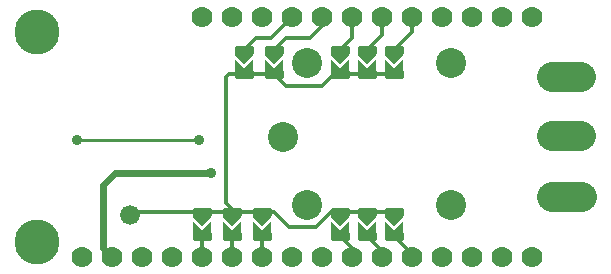
<source format=gbr>
G04 EAGLE Gerber RS-274X export*
G75*
%MOMM*%
%FSLAX34Y34*%
%LPD*%
%INBottom Copper*%
%IPPOS*%
%AMOC8*
5,1,8,0,0,1.08239X$1,22.5*%
G01*
%ADD10C,2.540000*%
%ADD11C,1.676400*%
%ADD12C,3.810000*%
%ADD13C,1.778000*%
%ADD14C,0.381000*%
%ADD15C,2.500000*%
%ADD16C,2.540000*%
%ADD17C,0.906400*%
%ADD18C,0.254000*%
%ADD19C,0.609600*%
%ADD20C,0.304800*%

G36*
X200689Y175907D02*
X200689Y175907D01*
X200745Y175910D01*
X200758Y175920D01*
X200773Y175922D01*
X200839Y175970D01*
X208205Y183336D01*
X208230Y183381D01*
X208233Y183385D01*
X208234Y183387D01*
X208266Y183435D01*
X208269Y183452D01*
X208273Y183459D01*
X208272Y183472D01*
X208279Y183515D01*
X208279Y189230D01*
X208275Y189245D01*
X208277Y189261D01*
X208256Y189312D01*
X208240Y189365D01*
X208228Y189376D01*
X208222Y189390D01*
X208176Y189422D01*
X208135Y189459D01*
X208119Y189461D01*
X208106Y189470D01*
X208026Y189483D01*
X193294Y189483D01*
X193279Y189479D01*
X193263Y189481D01*
X193212Y189460D01*
X193159Y189444D01*
X193148Y189432D01*
X193134Y189426D01*
X193102Y189380D01*
X193065Y189339D01*
X193063Y189323D01*
X193054Y189310D01*
X193041Y189230D01*
X193041Y183515D01*
X193057Y183459D01*
X193067Y183402D01*
X193078Y183388D01*
X193080Y183380D01*
X193090Y183371D01*
X193115Y183336D01*
X200481Y175970D01*
X200495Y175962D01*
X200504Y175950D01*
X200556Y175929D01*
X200604Y175902D01*
X200620Y175903D01*
X200635Y175897D01*
X200689Y175907D01*
G37*
G36*
X327689Y175907D02*
X327689Y175907D01*
X327745Y175910D01*
X327758Y175920D01*
X327773Y175922D01*
X327839Y175970D01*
X335205Y183336D01*
X335230Y183381D01*
X335233Y183385D01*
X335234Y183387D01*
X335266Y183435D01*
X335269Y183452D01*
X335273Y183459D01*
X335272Y183472D01*
X335279Y183515D01*
X335279Y189230D01*
X335275Y189245D01*
X335277Y189261D01*
X335256Y189312D01*
X335240Y189365D01*
X335228Y189376D01*
X335222Y189390D01*
X335176Y189422D01*
X335135Y189459D01*
X335119Y189461D01*
X335106Y189470D01*
X335026Y189483D01*
X320294Y189483D01*
X320279Y189479D01*
X320263Y189481D01*
X320212Y189460D01*
X320159Y189444D01*
X320148Y189432D01*
X320134Y189426D01*
X320102Y189380D01*
X320065Y189339D01*
X320063Y189323D01*
X320054Y189310D01*
X320041Y189230D01*
X320041Y183515D01*
X320057Y183459D01*
X320067Y183402D01*
X320078Y183388D01*
X320080Y183380D01*
X320090Y183371D01*
X320115Y183336D01*
X327481Y175970D01*
X327495Y175962D01*
X327504Y175950D01*
X327556Y175929D01*
X327604Y175902D01*
X327620Y175903D01*
X327635Y175897D01*
X327689Y175907D01*
G37*
G36*
X281969Y175907D02*
X281969Y175907D01*
X282025Y175910D01*
X282038Y175920D01*
X282053Y175922D01*
X282119Y175970D01*
X289485Y183336D01*
X289510Y183381D01*
X289513Y183385D01*
X289514Y183387D01*
X289546Y183435D01*
X289549Y183452D01*
X289553Y183459D01*
X289552Y183472D01*
X289559Y183515D01*
X289559Y189230D01*
X289555Y189245D01*
X289557Y189261D01*
X289536Y189312D01*
X289520Y189365D01*
X289508Y189376D01*
X289502Y189390D01*
X289456Y189422D01*
X289415Y189459D01*
X289399Y189461D01*
X289386Y189470D01*
X289306Y189483D01*
X274574Y189483D01*
X274559Y189479D01*
X274543Y189481D01*
X274492Y189460D01*
X274439Y189444D01*
X274428Y189432D01*
X274414Y189426D01*
X274382Y189380D01*
X274345Y189339D01*
X274343Y189323D01*
X274334Y189310D01*
X274321Y189230D01*
X274321Y183515D01*
X274337Y183459D01*
X274347Y183402D01*
X274358Y183388D01*
X274360Y183380D01*
X274370Y183371D01*
X274395Y183336D01*
X281761Y175970D01*
X281775Y175962D01*
X281784Y175950D01*
X281836Y175929D01*
X281884Y175902D01*
X281900Y175903D01*
X281915Y175897D01*
X281969Y175907D01*
G37*
G36*
X304829Y175907D02*
X304829Y175907D01*
X304885Y175910D01*
X304898Y175920D01*
X304913Y175922D01*
X304979Y175970D01*
X312345Y183336D01*
X312370Y183381D01*
X312373Y183385D01*
X312374Y183387D01*
X312406Y183435D01*
X312409Y183452D01*
X312413Y183459D01*
X312412Y183472D01*
X312419Y183515D01*
X312419Y189230D01*
X312415Y189245D01*
X312417Y189261D01*
X312396Y189312D01*
X312380Y189365D01*
X312368Y189376D01*
X312362Y189390D01*
X312316Y189422D01*
X312275Y189459D01*
X312259Y189461D01*
X312246Y189470D01*
X312166Y189483D01*
X297434Y189483D01*
X297419Y189479D01*
X297403Y189481D01*
X297352Y189460D01*
X297299Y189444D01*
X297288Y189432D01*
X297274Y189426D01*
X297242Y189380D01*
X297205Y189339D01*
X297203Y189323D01*
X297194Y189310D01*
X297181Y189230D01*
X297181Y183515D01*
X297197Y183459D01*
X297207Y183402D01*
X297218Y183388D01*
X297220Y183380D01*
X297230Y183371D01*
X297255Y183336D01*
X304621Y175970D01*
X304635Y175962D01*
X304644Y175950D01*
X304696Y175929D01*
X304744Y175902D01*
X304760Y175903D01*
X304775Y175897D01*
X304829Y175907D01*
G37*
G36*
X226089Y175907D02*
X226089Y175907D01*
X226145Y175910D01*
X226158Y175920D01*
X226173Y175922D01*
X226239Y175970D01*
X233605Y183336D01*
X233630Y183381D01*
X233633Y183385D01*
X233634Y183387D01*
X233666Y183435D01*
X233669Y183452D01*
X233673Y183459D01*
X233672Y183472D01*
X233679Y183515D01*
X233679Y189230D01*
X233675Y189245D01*
X233677Y189261D01*
X233656Y189312D01*
X233640Y189365D01*
X233628Y189376D01*
X233622Y189390D01*
X233576Y189422D01*
X233535Y189459D01*
X233519Y189461D01*
X233506Y189470D01*
X233426Y189483D01*
X218694Y189483D01*
X218679Y189479D01*
X218663Y189481D01*
X218612Y189460D01*
X218559Y189444D01*
X218548Y189432D01*
X218534Y189426D01*
X218502Y189380D01*
X218465Y189339D01*
X218463Y189323D01*
X218454Y189310D01*
X218441Y189230D01*
X218441Y183515D01*
X218457Y183459D01*
X218467Y183402D01*
X218478Y183388D01*
X218480Y183380D01*
X218490Y183371D01*
X218515Y183336D01*
X225881Y175970D01*
X225895Y175962D01*
X225904Y175950D01*
X225956Y175929D01*
X226004Y175902D01*
X226020Y175903D01*
X226035Y175897D01*
X226089Y175907D01*
G37*
G36*
X327689Y38747D02*
X327689Y38747D01*
X327745Y38750D01*
X327758Y38760D01*
X327773Y38762D01*
X327839Y38810D01*
X335205Y46176D01*
X335230Y46221D01*
X335233Y46225D01*
X335234Y46227D01*
X335266Y46275D01*
X335269Y46292D01*
X335273Y46299D01*
X335272Y46312D01*
X335279Y46355D01*
X335279Y52070D01*
X335275Y52085D01*
X335277Y52101D01*
X335256Y52152D01*
X335240Y52205D01*
X335228Y52216D01*
X335222Y52230D01*
X335176Y52262D01*
X335135Y52299D01*
X335119Y52301D01*
X335106Y52310D01*
X335026Y52323D01*
X320294Y52323D01*
X320279Y52319D01*
X320263Y52321D01*
X320212Y52300D01*
X320159Y52284D01*
X320148Y52272D01*
X320134Y52266D01*
X320102Y52220D01*
X320065Y52179D01*
X320063Y52163D01*
X320054Y52150D01*
X320041Y52070D01*
X320041Y46355D01*
X320057Y46299D01*
X320067Y46242D01*
X320078Y46228D01*
X320080Y46220D01*
X320090Y46211D01*
X320115Y46176D01*
X327481Y38810D01*
X327495Y38802D01*
X327504Y38790D01*
X327556Y38769D01*
X327604Y38742D01*
X327620Y38743D01*
X327635Y38737D01*
X327689Y38747D01*
G37*
G36*
X304829Y38747D02*
X304829Y38747D01*
X304885Y38750D01*
X304898Y38760D01*
X304913Y38762D01*
X304979Y38810D01*
X312345Y46176D01*
X312370Y46221D01*
X312373Y46225D01*
X312374Y46227D01*
X312406Y46275D01*
X312409Y46292D01*
X312413Y46299D01*
X312412Y46312D01*
X312419Y46355D01*
X312419Y52070D01*
X312415Y52085D01*
X312417Y52101D01*
X312396Y52152D01*
X312380Y52205D01*
X312368Y52216D01*
X312362Y52230D01*
X312316Y52262D01*
X312275Y52299D01*
X312259Y52301D01*
X312246Y52310D01*
X312166Y52323D01*
X297434Y52323D01*
X297419Y52319D01*
X297403Y52321D01*
X297352Y52300D01*
X297299Y52284D01*
X297288Y52272D01*
X297274Y52266D01*
X297242Y52220D01*
X297205Y52179D01*
X297203Y52163D01*
X297194Y52150D01*
X297181Y52070D01*
X297181Y46355D01*
X297197Y46299D01*
X297207Y46242D01*
X297218Y46228D01*
X297220Y46220D01*
X297230Y46211D01*
X297255Y46176D01*
X304621Y38810D01*
X304635Y38802D01*
X304644Y38790D01*
X304696Y38769D01*
X304744Y38742D01*
X304760Y38743D01*
X304775Y38737D01*
X304829Y38747D01*
G37*
G36*
X281969Y38747D02*
X281969Y38747D01*
X282025Y38750D01*
X282038Y38760D01*
X282053Y38762D01*
X282119Y38810D01*
X289485Y46176D01*
X289510Y46221D01*
X289513Y46225D01*
X289514Y46227D01*
X289546Y46275D01*
X289549Y46292D01*
X289553Y46299D01*
X289552Y46312D01*
X289559Y46355D01*
X289559Y52070D01*
X289555Y52085D01*
X289557Y52101D01*
X289536Y52152D01*
X289520Y52205D01*
X289508Y52216D01*
X289502Y52230D01*
X289456Y52262D01*
X289415Y52299D01*
X289399Y52301D01*
X289386Y52310D01*
X289306Y52323D01*
X274574Y52323D01*
X274559Y52319D01*
X274543Y52321D01*
X274492Y52300D01*
X274439Y52284D01*
X274428Y52272D01*
X274414Y52266D01*
X274382Y52220D01*
X274345Y52179D01*
X274343Y52163D01*
X274334Y52150D01*
X274321Y52070D01*
X274321Y46355D01*
X274337Y46299D01*
X274347Y46242D01*
X274358Y46228D01*
X274360Y46220D01*
X274370Y46211D01*
X274395Y46176D01*
X281761Y38810D01*
X281775Y38802D01*
X281784Y38790D01*
X281836Y38769D01*
X281884Y38742D01*
X281900Y38743D01*
X281915Y38737D01*
X281969Y38747D01*
G37*
G36*
X215929Y38747D02*
X215929Y38747D01*
X215985Y38750D01*
X215998Y38760D01*
X216013Y38762D01*
X216079Y38810D01*
X223445Y46176D01*
X223470Y46221D01*
X223473Y46225D01*
X223474Y46227D01*
X223506Y46275D01*
X223509Y46292D01*
X223513Y46299D01*
X223512Y46312D01*
X223519Y46355D01*
X223519Y52070D01*
X223515Y52085D01*
X223517Y52101D01*
X223496Y52152D01*
X223480Y52205D01*
X223468Y52216D01*
X223462Y52230D01*
X223416Y52262D01*
X223375Y52299D01*
X223359Y52301D01*
X223346Y52310D01*
X223266Y52323D01*
X208534Y52323D01*
X208519Y52319D01*
X208503Y52321D01*
X208452Y52300D01*
X208399Y52284D01*
X208388Y52272D01*
X208374Y52266D01*
X208342Y52220D01*
X208305Y52179D01*
X208303Y52163D01*
X208294Y52150D01*
X208281Y52070D01*
X208281Y46355D01*
X208297Y46299D01*
X208307Y46242D01*
X208318Y46228D01*
X208320Y46220D01*
X208330Y46211D01*
X208355Y46176D01*
X215721Y38810D01*
X215735Y38802D01*
X215744Y38790D01*
X215796Y38769D01*
X215844Y38742D01*
X215860Y38743D01*
X215875Y38737D01*
X215929Y38747D01*
G37*
G36*
X190529Y38747D02*
X190529Y38747D01*
X190585Y38750D01*
X190598Y38760D01*
X190613Y38762D01*
X190679Y38810D01*
X198045Y46176D01*
X198070Y46221D01*
X198073Y46225D01*
X198074Y46227D01*
X198106Y46275D01*
X198109Y46292D01*
X198113Y46299D01*
X198112Y46312D01*
X198119Y46355D01*
X198119Y52070D01*
X198115Y52085D01*
X198117Y52101D01*
X198096Y52152D01*
X198080Y52205D01*
X198068Y52216D01*
X198062Y52230D01*
X198016Y52262D01*
X197975Y52299D01*
X197959Y52301D01*
X197946Y52310D01*
X197866Y52323D01*
X183134Y52323D01*
X183119Y52319D01*
X183103Y52321D01*
X183052Y52300D01*
X182999Y52284D01*
X182988Y52272D01*
X182974Y52266D01*
X182942Y52220D01*
X182905Y52179D01*
X182903Y52163D01*
X182894Y52150D01*
X182881Y52070D01*
X182881Y46355D01*
X182897Y46299D01*
X182907Y46242D01*
X182918Y46228D01*
X182920Y46220D01*
X182930Y46211D01*
X182955Y46176D01*
X190321Y38810D01*
X190335Y38802D01*
X190344Y38790D01*
X190396Y38769D01*
X190444Y38742D01*
X190460Y38743D01*
X190475Y38737D01*
X190529Y38747D01*
G37*
G36*
X165129Y38747D02*
X165129Y38747D01*
X165185Y38750D01*
X165198Y38760D01*
X165213Y38762D01*
X165279Y38810D01*
X172645Y46176D01*
X172670Y46221D01*
X172673Y46225D01*
X172674Y46227D01*
X172706Y46275D01*
X172709Y46292D01*
X172713Y46299D01*
X172712Y46312D01*
X172719Y46355D01*
X172719Y52070D01*
X172715Y52085D01*
X172717Y52101D01*
X172696Y52152D01*
X172680Y52205D01*
X172668Y52216D01*
X172662Y52230D01*
X172616Y52262D01*
X172575Y52299D01*
X172559Y52301D01*
X172546Y52310D01*
X172466Y52323D01*
X157734Y52323D01*
X157719Y52319D01*
X157703Y52321D01*
X157652Y52300D01*
X157599Y52284D01*
X157588Y52272D01*
X157574Y52266D01*
X157542Y52220D01*
X157505Y52179D01*
X157503Y52163D01*
X157494Y52150D01*
X157481Y52070D01*
X157481Y46355D01*
X157497Y46299D01*
X157507Y46242D01*
X157518Y46228D01*
X157520Y46220D01*
X157530Y46211D01*
X157555Y46176D01*
X164921Y38810D01*
X164935Y38802D01*
X164944Y38790D01*
X164996Y38769D01*
X165044Y38742D01*
X165060Y38743D01*
X165075Y38737D01*
X165129Y38747D01*
G37*
G36*
X312181Y166121D02*
X312181Y166121D01*
X312197Y166119D01*
X312248Y166140D01*
X312301Y166156D01*
X312312Y166168D01*
X312326Y166174D01*
X312358Y166220D01*
X312395Y166261D01*
X312397Y166277D01*
X312406Y166290D01*
X312419Y166370D01*
X312419Y179070D01*
X312408Y179110D01*
X312406Y179151D01*
X312389Y179176D01*
X312380Y179205D01*
X312349Y179233D01*
X312326Y179267D01*
X312298Y179279D01*
X312275Y179299D01*
X312234Y179305D01*
X312196Y179322D01*
X312166Y179317D01*
X312135Y179321D01*
X312097Y179305D01*
X312057Y179299D01*
X312017Y179271D01*
X312006Y179266D01*
X312002Y179260D01*
X311990Y179252D01*
X304800Y172310D01*
X297610Y179252D01*
X297573Y179271D01*
X297543Y179299D01*
X297512Y179304D01*
X297485Y179318D01*
X297444Y179315D01*
X297403Y179321D01*
X297375Y179309D01*
X297345Y179307D01*
X297312Y179282D01*
X297274Y179266D01*
X297256Y179241D01*
X297232Y179223D01*
X297217Y179184D01*
X297194Y179150D01*
X297186Y179103D01*
X297182Y179091D01*
X297183Y179084D01*
X297181Y179070D01*
X297181Y166370D01*
X297185Y166355D01*
X297183Y166339D01*
X297204Y166288D01*
X297220Y166235D01*
X297232Y166224D01*
X297238Y166210D01*
X297284Y166178D01*
X297325Y166141D01*
X297341Y166139D01*
X297354Y166130D01*
X297434Y166117D01*
X312166Y166117D01*
X312181Y166121D01*
G37*
G36*
X233441Y166121D02*
X233441Y166121D01*
X233457Y166119D01*
X233508Y166140D01*
X233561Y166156D01*
X233572Y166168D01*
X233586Y166174D01*
X233618Y166220D01*
X233655Y166261D01*
X233657Y166277D01*
X233666Y166290D01*
X233679Y166370D01*
X233679Y179070D01*
X233668Y179110D01*
X233666Y179151D01*
X233649Y179176D01*
X233640Y179205D01*
X233609Y179233D01*
X233586Y179267D01*
X233558Y179279D01*
X233535Y179299D01*
X233494Y179305D01*
X233456Y179322D01*
X233426Y179317D01*
X233395Y179321D01*
X233357Y179305D01*
X233317Y179299D01*
X233277Y179271D01*
X233266Y179266D01*
X233262Y179260D01*
X233250Y179252D01*
X226060Y172310D01*
X218870Y179252D01*
X218833Y179271D01*
X218803Y179299D01*
X218772Y179304D01*
X218745Y179318D01*
X218704Y179315D01*
X218663Y179321D01*
X218635Y179309D01*
X218605Y179307D01*
X218572Y179282D01*
X218534Y179266D01*
X218516Y179241D01*
X218492Y179223D01*
X218477Y179184D01*
X218454Y179150D01*
X218446Y179103D01*
X218442Y179091D01*
X218443Y179084D01*
X218441Y179070D01*
X218441Y166370D01*
X218445Y166355D01*
X218443Y166339D01*
X218464Y166288D01*
X218480Y166235D01*
X218492Y166224D01*
X218498Y166210D01*
X218544Y166178D01*
X218585Y166141D01*
X218601Y166139D01*
X218614Y166130D01*
X218694Y166117D01*
X233426Y166117D01*
X233441Y166121D01*
G37*
G36*
X335041Y166121D02*
X335041Y166121D01*
X335057Y166119D01*
X335108Y166140D01*
X335161Y166156D01*
X335172Y166168D01*
X335186Y166174D01*
X335218Y166220D01*
X335255Y166261D01*
X335257Y166277D01*
X335266Y166290D01*
X335279Y166370D01*
X335279Y179070D01*
X335268Y179110D01*
X335266Y179151D01*
X335249Y179176D01*
X335240Y179205D01*
X335209Y179233D01*
X335186Y179267D01*
X335158Y179279D01*
X335135Y179299D01*
X335094Y179305D01*
X335056Y179322D01*
X335026Y179317D01*
X334995Y179321D01*
X334957Y179305D01*
X334917Y179299D01*
X334877Y179271D01*
X334866Y179266D01*
X334862Y179260D01*
X334850Y179252D01*
X327660Y172310D01*
X320470Y179252D01*
X320433Y179271D01*
X320403Y179299D01*
X320372Y179304D01*
X320345Y179318D01*
X320304Y179315D01*
X320263Y179321D01*
X320235Y179309D01*
X320205Y179307D01*
X320172Y179282D01*
X320134Y179266D01*
X320116Y179241D01*
X320092Y179223D01*
X320077Y179184D01*
X320054Y179150D01*
X320046Y179103D01*
X320042Y179091D01*
X320043Y179084D01*
X320041Y179070D01*
X320041Y166370D01*
X320045Y166355D01*
X320043Y166339D01*
X320064Y166288D01*
X320080Y166235D01*
X320092Y166224D01*
X320098Y166210D01*
X320144Y166178D01*
X320185Y166141D01*
X320201Y166139D01*
X320214Y166130D01*
X320294Y166117D01*
X335026Y166117D01*
X335041Y166121D01*
G37*
G36*
X289321Y166121D02*
X289321Y166121D01*
X289337Y166119D01*
X289388Y166140D01*
X289441Y166156D01*
X289452Y166168D01*
X289466Y166174D01*
X289498Y166220D01*
X289535Y166261D01*
X289537Y166277D01*
X289546Y166290D01*
X289559Y166370D01*
X289559Y179070D01*
X289548Y179110D01*
X289546Y179151D01*
X289529Y179176D01*
X289520Y179205D01*
X289489Y179233D01*
X289466Y179267D01*
X289438Y179279D01*
X289415Y179299D01*
X289374Y179305D01*
X289336Y179322D01*
X289306Y179317D01*
X289275Y179321D01*
X289237Y179305D01*
X289197Y179299D01*
X289157Y179271D01*
X289146Y179266D01*
X289142Y179260D01*
X289130Y179252D01*
X281940Y172310D01*
X274750Y179252D01*
X274713Y179271D01*
X274683Y179299D01*
X274652Y179304D01*
X274625Y179318D01*
X274584Y179315D01*
X274543Y179321D01*
X274515Y179309D01*
X274485Y179307D01*
X274452Y179282D01*
X274414Y179266D01*
X274396Y179241D01*
X274372Y179223D01*
X274357Y179184D01*
X274334Y179150D01*
X274326Y179103D01*
X274322Y179091D01*
X274323Y179084D01*
X274321Y179070D01*
X274321Y166370D01*
X274325Y166355D01*
X274323Y166339D01*
X274344Y166288D01*
X274360Y166235D01*
X274372Y166224D01*
X274378Y166210D01*
X274424Y166178D01*
X274465Y166141D01*
X274481Y166139D01*
X274494Y166130D01*
X274574Y166117D01*
X289306Y166117D01*
X289321Y166121D01*
G37*
G36*
X208041Y166121D02*
X208041Y166121D01*
X208057Y166119D01*
X208108Y166140D01*
X208161Y166156D01*
X208172Y166168D01*
X208186Y166174D01*
X208218Y166220D01*
X208255Y166261D01*
X208257Y166277D01*
X208266Y166290D01*
X208279Y166370D01*
X208279Y179070D01*
X208268Y179110D01*
X208266Y179151D01*
X208249Y179176D01*
X208240Y179205D01*
X208209Y179233D01*
X208186Y179267D01*
X208158Y179279D01*
X208135Y179299D01*
X208094Y179305D01*
X208056Y179322D01*
X208026Y179317D01*
X207995Y179321D01*
X207957Y179305D01*
X207917Y179299D01*
X207877Y179271D01*
X207866Y179266D01*
X207862Y179260D01*
X207850Y179252D01*
X200660Y172310D01*
X193470Y179252D01*
X193433Y179271D01*
X193403Y179299D01*
X193372Y179304D01*
X193345Y179318D01*
X193304Y179315D01*
X193263Y179321D01*
X193235Y179309D01*
X193205Y179307D01*
X193172Y179282D01*
X193134Y179266D01*
X193116Y179241D01*
X193092Y179223D01*
X193077Y179184D01*
X193054Y179150D01*
X193046Y179103D01*
X193042Y179091D01*
X193043Y179084D01*
X193041Y179070D01*
X193041Y166370D01*
X193045Y166355D01*
X193043Y166339D01*
X193064Y166288D01*
X193080Y166235D01*
X193092Y166224D01*
X193098Y166210D01*
X193144Y166178D01*
X193185Y166141D01*
X193201Y166139D01*
X193214Y166130D01*
X193294Y166117D01*
X208026Y166117D01*
X208041Y166121D01*
G37*
G36*
X223281Y28961D02*
X223281Y28961D01*
X223297Y28959D01*
X223348Y28980D01*
X223401Y28996D01*
X223412Y29008D01*
X223426Y29014D01*
X223458Y29060D01*
X223495Y29101D01*
X223497Y29117D01*
X223506Y29130D01*
X223519Y29210D01*
X223519Y41910D01*
X223508Y41950D01*
X223506Y41991D01*
X223489Y42016D01*
X223480Y42045D01*
X223449Y42073D01*
X223426Y42107D01*
X223398Y42119D01*
X223375Y42139D01*
X223334Y42145D01*
X223296Y42162D01*
X223266Y42157D01*
X223235Y42161D01*
X223197Y42145D01*
X223157Y42139D01*
X223117Y42111D01*
X223106Y42106D01*
X223102Y42100D01*
X223090Y42092D01*
X215900Y35150D01*
X208710Y42092D01*
X208673Y42111D01*
X208643Y42139D01*
X208612Y42144D01*
X208585Y42158D01*
X208544Y42155D01*
X208503Y42161D01*
X208475Y42149D01*
X208445Y42147D01*
X208412Y42122D01*
X208374Y42106D01*
X208356Y42081D01*
X208332Y42063D01*
X208317Y42024D01*
X208294Y41990D01*
X208286Y41943D01*
X208282Y41931D01*
X208283Y41924D01*
X208281Y41910D01*
X208281Y29210D01*
X208285Y29195D01*
X208283Y29179D01*
X208304Y29128D01*
X208320Y29075D01*
X208332Y29064D01*
X208338Y29050D01*
X208384Y29018D01*
X208425Y28981D01*
X208441Y28979D01*
X208454Y28970D01*
X208534Y28957D01*
X223266Y28957D01*
X223281Y28961D01*
G37*
G36*
X197881Y28961D02*
X197881Y28961D01*
X197897Y28959D01*
X197948Y28980D01*
X198001Y28996D01*
X198012Y29008D01*
X198026Y29014D01*
X198058Y29060D01*
X198095Y29101D01*
X198097Y29117D01*
X198106Y29130D01*
X198119Y29210D01*
X198119Y41910D01*
X198108Y41950D01*
X198106Y41991D01*
X198089Y42016D01*
X198080Y42045D01*
X198049Y42073D01*
X198026Y42107D01*
X197998Y42119D01*
X197975Y42139D01*
X197934Y42145D01*
X197896Y42162D01*
X197866Y42157D01*
X197835Y42161D01*
X197797Y42145D01*
X197757Y42139D01*
X197717Y42111D01*
X197706Y42106D01*
X197702Y42100D01*
X197690Y42092D01*
X190500Y35150D01*
X183310Y42092D01*
X183273Y42111D01*
X183243Y42139D01*
X183212Y42144D01*
X183185Y42158D01*
X183144Y42155D01*
X183103Y42161D01*
X183075Y42149D01*
X183045Y42147D01*
X183012Y42122D01*
X182974Y42106D01*
X182956Y42081D01*
X182932Y42063D01*
X182917Y42024D01*
X182894Y41990D01*
X182886Y41943D01*
X182882Y41931D01*
X182883Y41924D01*
X182881Y41910D01*
X182881Y29210D01*
X182885Y29195D01*
X182883Y29179D01*
X182904Y29128D01*
X182920Y29075D01*
X182932Y29064D01*
X182938Y29050D01*
X182984Y29018D01*
X183025Y28981D01*
X183041Y28979D01*
X183054Y28970D01*
X183134Y28957D01*
X197866Y28957D01*
X197881Y28961D01*
G37*
G36*
X172481Y28961D02*
X172481Y28961D01*
X172497Y28959D01*
X172548Y28980D01*
X172601Y28996D01*
X172612Y29008D01*
X172626Y29014D01*
X172658Y29060D01*
X172695Y29101D01*
X172697Y29117D01*
X172706Y29130D01*
X172719Y29210D01*
X172719Y41910D01*
X172708Y41950D01*
X172706Y41991D01*
X172689Y42016D01*
X172680Y42045D01*
X172649Y42073D01*
X172626Y42107D01*
X172598Y42119D01*
X172575Y42139D01*
X172534Y42145D01*
X172496Y42162D01*
X172466Y42157D01*
X172435Y42161D01*
X172397Y42145D01*
X172357Y42139D01*
X172317Y42111D01*
X172306Y42106D01*
X172302Y42100D01*
X172290Y42092D01*
X165100Y35150D01*
X157910Y42092D01*
X157873Y42111D01*
X157843Y42139D01*
X157812Y42144D01*
X157785Y42158D01*
X157744Y42155D01*
X157703Y42161D01*
X157675Y42149D01*
X157645Y42147D01*
X157612Y42122D01*
X157574Y42106D01*
X157556Y42081D01*
X157532Y42063D01*
X157517Y42024D01*
X157494Y41990D01*
X157486Y41943D01*
X157482Y41931D01*
X157483Y41924D01*
X157481Y41910D01*
X157481Y29210D01*
X157485Y29195D01*
X157483Y29179D01*
X157504Y29128D01*
X157520Y29075D01*
X157532Y29064D01*
X157538Y29050D01*
X157584Y29018D01*
X157625Y28981D01*
X157641Y28979D01*
X157654Y28970D01*
X157734Y28957D01*
X172466Y28957D01*
X172481Y28961D01*
G37*
G36*
X312181Y28961D02*
X312181Y28961D01*
X312197Y28959D01*
X312248Y28980D01*
X312301Y28996D01*
X312312Y29008D01*
X312326Y29014D01*
X312358Y29060D01*
X312395Y29101D01*
X312397Y29117D01*
X312406Y29130D01*
X312419Y29210D01*
X312419Y41910D01*
X312408Y41950D01*
X312406Y41991D01*
X312389Y42016D01*
X312380Y42045D01*
X312349Y42073D01*
X312326Y42107D01*
X312298Y42119D01*
X312275Y42139D01*
X312234Y42145D01*
X312196Y42162D01*
X312166Y42157D01*
X312135Y42161D01*
X312097Y42145D01*
X312057Y42139D01*
X312017Y42111D01*
X312006Y42106D01*
X312002Y42100D01*
X311990Y42092D01*
X304800Y35150D01*
X297610Y42092D01*
X297573Y42111D01*
X297543Y42139D01*
X297512Y42144D01*
X297485Y42158D01*
X297444Y42155D01*
X297403Y42161D01*
X297375Y42149D01*
X297345Y42147D01*
X297312Y42122D01*
X297274Y42106D01*
X297256Y42081D01*
X297232Y42063D01*
X297217Y42024D01*
X297194Y41990D01*
X297186Y41943D01*
X297182Y41931D01*
X297183Y41924D01*
X297181Y41910D01*
X297181Y29210D01*
X297185Y29195D01*
X297183Y29179D01*
X297204Y29128D01*
X297220Y29075D01*
X297232Y29064D01*
X297238Y29050D01*
X297284Y29018D01*
X297325Y28981D01*
X297341Y28979D01*
X297354Y28970D01*
X297434Y28957D01*
X312166Y28957D01*
X312181Y28961D01*
G37*
G36*
X335041Y28961D02*
X335041Y28961D01*
X335057Y28959D01*
X335108Y28980D01*
X335161Y28996D01*
X335172Y29008D01*
X335186Y29014D01*
X335218Y29060D01*
X335255Y29101D01*
X335257Y29117D01*
X335266Y29130D01*
X335279Y29210D01*
X335279Y41910D01*
X335268Y41950D01*
X335266Y41991D01*
X335249Y42016D01*
X335240Y42045D01*
X335209Y42073D01*
X335186Y42107D01*
X335158Y42119D01*
X335135Y42139D01*
X335094Y42145D01*
X335056Y42162D01*
X335026Y42157D01*
X334995Y42161D01*
X334957Y42145D01*
X334917Y42139D01*
X334877Y42111D01*
X334866Y42106D01*
X334862Y42100D01*
X334850Y42092D01*
X327660Y35150D01*
X320470Y42092D01*
X320433Y42111D01*
X320403Y42139D01*
X320372Y42144D01*
X320345Y42158D01*
X320304Y42155D01*
X320263Y42161D01*
X320235Y42149D01*
X320205Y42147D01*
X320172Y42122D01*
X320134Y42106D01*
X320116Y42081D01*
X320092Y42063D01*
X320077Y42024D01*
X320054Y41990D01*
X320046Y41943D01*
X320042Y41931D01*
X320043Y41924D01*
X320041Y41910D01*
X320041Y29210D01*
X320045Y29195D01*
X320043Y29179D01*
X320064Y29128D01*
X320080Y29075D01*
X320092Y29064D01*
X320098Y29050D01*
X320144Y29018D01*
X320185Y28981D01*
X320201Y28979D01*
X320214Y28970D01*
X320294Y28957D01*
X335026Y28957D01*
X335041Y28961D01*
G37*
G36*
X289321Y28961D02*
X289321Y28961D01*
X289337Y28959D01*
X289388Y28980D01*
X289441Y28996D01*
X289452Y29008D01*
X289466Y29014D01*
X289498Y29060D01*
X289535Y29101D01*
X289537Y29117D01*
X289546Y29130D01*
X289559Y29210D01*
X289559Y41910D01*
X289548Y41950D01*
X289546Y41991D01*
X289529Y42016D01*
X289520Y42045D01*
X289489Y42073D01*
X289466Y42107D01*
X289438Y42119D01*
X289415Y42139D01*
X289374Y42145D01*
X289336Y42162D01*
X289306Y42157D01*
X289275Y42161D01*
X289237Y42145D01*
X289197Y42139D01*
X289157Y42111D01*
X289146Y42106D01*
X289142Y42100D01*
X289130Y42092D01*
X281940Y35150D01*
X274750Y42092D01*
X274713Y42111D01*
X274683Y42139D01*
X274652Y42144D01*
X274625Y42158D01*
X274584Y42155D01*
X274543Y42161D01*
X274515Y42149D01*
X274485Y42147D01*
X274452Y42122D01*
X274414Y42106D01*
X274396Y42081D01*
X274372Y42063D01*
X274357Y42024D01*
X274334Y41990D01*
X274326Y41943D01*
X274322Y41931D01*
X274323Y41924D01*
X274321Y41910D01*
X274321Y29210D01*
X274325Y29195D01*
X274323Y29179D01*
X274344Y29128D01*
X274360Y29075D01*
X274372Y29064D01*
X274378Y29050D01*
X274424Y29018D01*
X274465Y28981D01*
X274481Y28979D01*
X274494Y28970D01*
X274574Y28957D01*
X289306Y28957D01*
X289321Y28961D01*
G37*
D10*
X234000Y114300D03*
X254000Y56800D03*
X376000Y56800D03*
X376000Y176800D03*
X254000Y176800D03*
D11*
X104140Y48260D03*
D12*
X25400Y203200D03*
X25400Y25400D03*
D13*
X165100Y215900D03*
X190500Y215900D03*
X215900Y215900D03*
X241300Y215900D03*
X266700Y215900D03*
X292100Y215900D03*
X317500Y215900D03*
X342900Y215900D03*
X368300Y215900D03*
X393700Y215900D03*
X419100Y215900D03*
X444500Y215900D03*
X165100Y12700D03*
X190500Y12700D03*
X215900Y12700D03*
X241300Y12700D03*
X266700Y12700D03*
X292100Y12700D03*
X317500Y12700D03*
X342900Y12700D03*
X368300Y12700D03*
X393700Y12700D03*
X419100Y12700D03*
X444500Y12700D03*
X139700Y12700D03*
X114300Y12700D03*
X88900Y12700D03*
X63500Y12700D03*
D14*
X159385Y48895D02*
X159385Y52705D01*
X170815Y52705D01*
X170815Y48895D01*
X159385Y48895D01*
X159385Y52514D02*
X170815Y52514D01*
X159385Y32385D02*
X159385Y28575D01*
X159385Y32385D02*
X170815Y32385D01*
X170815Y28575D01*
X159385Y28575D01*
X159385Y32194D02*
X170815Y32194D01*
X184785Y48895D02*
X184785Y52705D01*
X196215Y52705D01*
X196215Y48895D01*
X184785Y48895D01*
X184785Y52514D02*
X196215Y52514D01*
X184785Y32385D02*
X184785Y28575D01*
X184785Y32385D02*
X196215Y32385D01*
X196215Y28575D01*
X184785Y28575D01*
X184785Y32194D02*
X196215Y32194D01*
X210185Y48895D02*
X210185Y52705D01*
X221615Y52705D01*
X221615Y48895D01*
X210185Y48895D01*
X210185Y52514D02*
X221615Y52514D01*
X210185Y32385D02*
X210185Y28575D01*
X210185Y32385D02*
X221615Y32385D01*
X221615Y28575D01*
X210185Y28575D01*
X210185Y32194D02*
X221615Y32194D01*
X276225Y48895D02*
X276225Y52705D01*
X287655Y52705D01*
X287655Y48895D01*
X276225Y48895D01*
X276225Y52514D02*
X287655Y52514D01*
X276225Y32385D02*
X276225Y28575D01*
X276225Y32385D02*
X287655Y32385D01*
X287655Y28575D01*
X276225Y28575D01*
X276225Y32194D02*
X287655Y32194D01*
X299085Y48895D02*
X299085Y52705D01*
X310515Y52705D01*
X310515Y48895D01*
X299085Y48895D01*
X299085Y52514D02*
X310515Y52514D01*
X299085Y32385D02*
X299085Y28575D01*
X299085Y32385D02*
X310515Y32385D01*
X310515Y28575D01*
X299085Y28575D01*
X299085Y32194D02*
X310515Y32194D01*
X321945Y48895D02*
X321945Y52705D01*
X333375Y52705D01*
X333375Y48895D01*
X321945Y48895D01*
X321945Y52514D02*
X333375Y52514D01*
X321945Y32385D02*
X321945Y28575D01*
X321945Y32385D02*
X333375Y32385D01*
X333375Y28575D01*
X321945Y28575D01*
X321945Y32194D02*
X333375Y32194D01*
X321945Y186055D02*
X321945Y189865D01*
X333375Y189865D01*
X333375Y186055D01*
X321945Y186055D01*
X321945Y189674D02*
X333375Y189674D01*
X321945Y169545D02*
X321945Y165735D01*
X321945Y169545D02*
X333375Y169545D01*
X333375Y165735D01*
X321945Y165735D01*
X321945Y169354D02*
X333375Y169354D01*
X299085Y186055D02*
X299085Y189865D01*
X310515Y189865D01*
X310515Y186055D01*
X299085Y186055D01*
X299085Y189674D02*
X310515Y189674D01*
X299085Y169545D02*
X299085Y165735D01*
X299085Y169545D02*
X310515Y169545D01*
X310515Y165735D01*
X299085Y165735D01*
X299085Y169354D02*
X310515Y169354D01*
X220345Y186055D02*
X220345Y189865D01*
X231775Y189865D01*
X231775Y186055D01*
X220345Y186055D01*
X220345Y189674D02*
X231775Y189674D01*
X220345Y169545D02*
X220345Y165735D01*
X220345Y169545D02*
X231775Y169545D01*
X231775Y165735D01*
X220345Y165735D01*
X220345Y169354D02*
X231775Y169354D01*
X276225Y186055D02*
X276225Y189865D01*
X287655Y189865D01*
X287655Y186055D01*
X276225Y186055D01*
X276225Y189674D02*
X287655Y189674D01*
X276225Y169545D02*
X276225Y165735D01*
X276225Y169545D02*
X287655Y169545D01*
X287655Y165735D01*
X276225Y165735D01*
X276225Y169354D02*
X287655Y169354D01*
X194945Y186055D02*
X194945Y189865D01*
X206375Y189865D01*
X206375Y186055D01*
X194945Y186055D01*
X194945Y189674D02*
X206375Y189674D01*
X194945Y169545D02*
X194945Y165735D01*
X194945Y169545D02*
X206375Y169545D01*
X206375Y165735D01*
X194945Y165735D01*
X194945Y169354D02*
X206375Y169354D01*
D15*
X461210Y165100D02*
X486210Y165100D01*
X486210Y114800D02*
X461210Y114800D01*
D16*
X461010Y63500D02*
X486410Y63500D01*
D17*
X162560Y111760D03*
D18*
X58800Y111760D01*
D17*
X58800Y111760D03*
D19*
X81280Y20320D02*
X88900Y12700D01*
X81280Y20320D02*
X81280Y73660D01*
X91440Y83820D01*
X172720Y83820D01*
D17*
X172720Y83820D03*
D20*
X327660Y30480D02*
X342900Y15240D01*
X342900Y12700D01*
X317500Y17780D02*
X304800Y30480D01*
X317500Y17780D02*
X317500Y12700D01*
X292100Y20320D02*
X281940Y30480D01*
X292100Y20320D02*
X292100Y12700D01*
X215900Y12700D02*
X215900Y30480D01*
X190500Y30480D02*
X190500Y12700D01*
X165100Y12700D02*
X165100Y30480D01*
X200660Y187960D02*
X210820Y198120D01*
X223520Y198120D01*
X241300Y215900D01*
X236220Y198120D02*
X226060Y187960D01*
X236220Y198120D02*
X256540Y198120D01*
X266700Y208280D01*
X266700Y215900D01*
X292100Y198120D02*
X281940Y187960D01*
X292100Y198120D02*
X292100Y215900D01*
X317500Y200660D02*
X304800Y187960D01*
X317500Y200660D02*
X317500Y215900D01*
X342900Y203200D02*
X327660Y187960D01*
X342900Y203200D02*
X342900Y215900D01*
X327660Y50800D02*
X304800Y50800D01*
X281940Y50800D01*
X226060Y50800D02*
X215900Y50800D01*
X226060Y50800D02*
X238760Y38100D01*
X261620Y38100D01*
X274320Y50800D01*
X281940Y50800D01*
X190500Y50800D02*
X165100Y50800D01*
X304800Y167640D02*
X327660Y167640D01*
X304800Y167640D02*
X281940Y167640D01*
X276860Y167640D01*
X266700Y157480D01*
X236220Y157480D01*
X226060Y167640D01*
X200660Y167640D01*
X185420Y58420D02*
X193040Y50800D01*
X185420Y58420D02*
X185420Y165100D01*
X187960Y167640D01*
X200660Y167640D01*
X190500Y50800D02*
X215900Y50800D01*
X165100Y50800D02*
X106680Y50800D01*
X104140Y48260D01*
M02*

</source>
